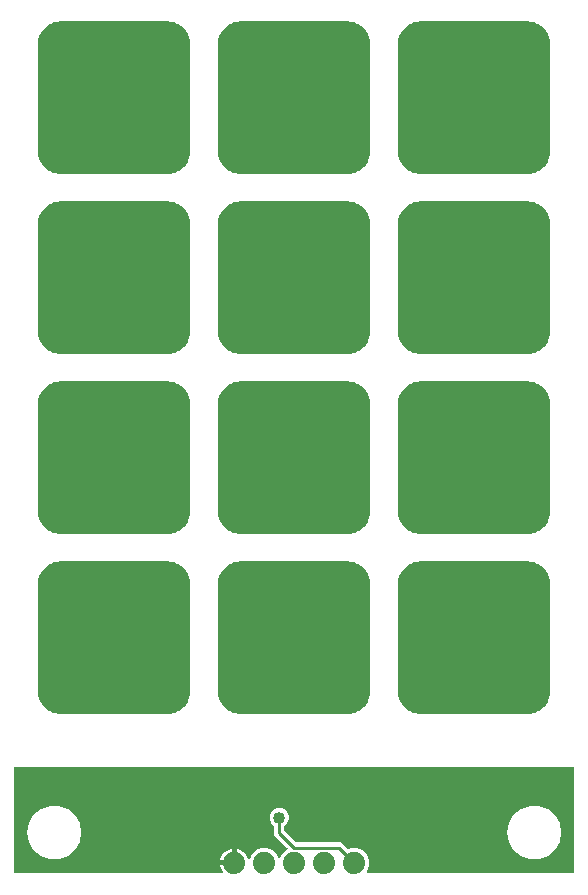
<source format=gbr>
G04 EAGLE Gerber RS-274X export*
G75*
%MOMM*%
%FSLAX34Y34*%
%LPD*%
%INTop Copper*%
%IPPOS*%
%AMOC8*
5,1,8,0,0,1.08239X$1,22.5*%
G01*
%ADD10C,1.879600*%
%ADD11C,1.016000*%
%ADD12C,0.254000*%

G36*
X180115Y4078D02*
X180115Y4078D01*
X180207Y4081D01*
X180256Y4097D01*
X180306Y4105D01*
X180390Y4142D01*
X180477Y4171D01*
X180519Y4200D01*
X180565Y4221D01*
X180635Y4280D01*
X180711Y4332D01*
X180743Y4372D01*
X180782Y4404D01*
X180833Y4481D01*
X180892Y4552D01*
X180912Y4599D01*
X180940Y4641D01*
X180968Y4729D01*
X181004Y4813D01*
X181010Y4864D01*
X181026Y4912D01*
X181028Y5004D01*
X181039Y5095D01*
X181032Y5146D01*
X181033Y5196D01*
X181010Y5285D01*
X180995Y5376D01*
X180975Y5416D01*
X180961Y5471D01*
X180880Y5608D01*
X180846Y5677D01*
X180289Y6443D01*
X179436Y8117D01*
X178855Y9904D01*
X178734Y10669D01*
X189484Y10669D01*
X189542Y10677D01*
X189600Y10675D01*
X189682Y10697D01*
X189765Y10709D01*
X189819Y10733D01*
X189875Y10747D01*
X189948Y10790D01*
X190025Y10825D01*
X190069Y10863D01*
X190120Y10893D01*
X190177Y10954D01*
X190242Y11009D01*
X190274Y11057D01*
X190314Y11100D01*
X190353Y11175D01*
X190399Y11245D01*
X190417Y11301D01*
X190444Y11353D01*
X190455Y11421D01*
X190485Y11516D01*
X190488Y11616D01*
X190499Y11684D01*
X190499Y12701D01*
X191516Y12701D01*
X191574Y12709D01*
X191632Y12708D01*
X191714Y12729D01*
X191797Y12741D01*
X191851Y12765D01*
X191907Y12779D01*
X191980Y12822D01*
X192057Y12857D01*
X192102Y12895D01*
X192152Y12925D01*
X192210Y12986D01*
X192274Y13041D01*
X192306Y13089D01*
X192346Y13132D01*
X192385Y13207D01*
X192431Y13277D01*
X192449Y13333D01*
X192476Y13385D01*
X192487Y13453D01*
X192517Y13548D01*
X192520Y13648D01*
X192531Y13716D01*
X192531Y24466D01*
X193296Y24345D01*
X195083Y23764D01*
X196757Y22911D01*
X198278Y21806D01*
X199606Y20478D01*
X200711Y18957D01*
X201564Y17283D01*
X201928Y16163D01*
X201958Y16101D01*
X201979Y16035D01*
X202020Y15974D01*
X202053Y15908D01*
X202099Y15857D01*
X202138Y15799D01*
X202194Y15752D01*
X202243Y15697D01*
X202302Y15661D01*
X202355Y15616D01*
X202423Y15586D01*
X202485Y15547D01*
X202552Y15529D01*
X202615Y15501D01*
X202688Y15491D01*
X202759Y15471D01*
X202828Y15471D01*
X202897Y15462D01*
X202970Y15472D01*
X203043Y15473D01*
X203109Y15493D01*
X203178Y15502D01*
X203245Y15533D01*
X203316Y15554D01*
X203374Y15591D01*
X203437Y15620D01*
X203493Y15667D01*
X203555Y15707D01*
X203601Y15759D01*
X203653Y15804D01*
X203686Y15857D01*
X203743Y15921D01*
X203792Y16025D01*
X203831Y16089D01*
X205348Y19751D01*
X208849Y23252D01*
X213424Y25147D01*
X218376Y25147D01*
X222951Y23252D01*
X226452Y19751D01*
X227662Y16829D01*
X227677Y16804D01*
X227686Y16776D01*
X227749Y16681D01*
X227807Y16584D01*
X227828Y16564D01*
X227844Y16539D01*
X227931Y16466D01*
X228013Y16389D01*
X228039Y16375D01*
X228062Y16356D01*
X228165Y16310D01*
X228266Y16259D01*
X228295Y16253D01*
X228322Y16241D01*
X228434Y16225D01*
X228545Y16204D01*
X228574Y16206D01*
X228603Y16202D01*
X228715Y16218D01*
X228828Y16228D01*
X228855Y16239D01*
X228884Y16243D01*
X228988Y16289D01*
X229093Y16330D01*
X229117Y16348D01*
X229144Y16360D01*
X229230Y16433D01*
X229320Y16502D01*
X229338Y16525D01*
X229360Y16544D01*
X229402Y16611D01*
X229490Y16729D01*
X229512Y16788D01*
X229538Y16829D01*
X230748Y19751D01*
X234249Y23252D01*
X235031Y23576D01*
X235130Y23634D01*
X235232Y23687D01*
X235252Y23706D01*
X235276Y23720D01*
X235355Y23804D01*
X235438Y23883D01*
X235452Y23907D01*
X235471Y23927D01*
X235524Y24029D01*
X235582Y24128D01*
X235589Y24155D01*
X235602Y24180D01*
X235624Y24293D01*
X235652Y24404D01*
X235651Y24431D01*
X235657Y24459D01*
X235647Y24573D01*
X235643Y24688D01*
X235635Y24714D01*
X235632Y24742D01*
X235591Y24849D01*
X235556Y24958D01*
X235541Y24978D01*
X235530Y25007D01*
X235369Y25220D01*
X235361Y25232D01*
X224281Y36311D01*
X224281Y43202D01*
X224269Y43289D01*
X224266Y43376D01*
X224249Y43429D01*
X224241Y43484D01*
X224206Y43564D01*
X224179Y43647D01*
X224151Y43686D01*
X224125Y43743D01*
X224029Y43857D01*
X223984Y43920D01*
X221709Y46195D01*
X220471Y49183D01*
X220471Y52417D01*
X221709Y55405D01*
X223995Y57691D01*
X226983Y58929D01*
X230217Y58929D01*
X233205Y57691D01*
X235491Y55405D01*
X236729Y52417D01*
X236729Y49183D01*
X235491Y46195D01*
X233216Y43920D01*
X233164Y43851D01*
X233104Y43787D01*
X233078Y43737D01*
X233045Y43693D01*
X233014Y43611D01*
X232974Y43533D01*
X232966Y43486D01*
X232944Y43427D01*
X232932Y43280D01*
X232919Y43202D01*
X232919Y40309D01*
X232931Y40223D01*
X232934Y40135D01*
X232951Y40083D01*
X232959Y40028D01*
X232994Y39948D01*
X233021Y39865D01*
X233049Y39826D01*
X233075Y39769D01*
X233171Y39655D01*
X233216Y39592D01*
X242792Y30016D01*
X242861Y29964D01*
X242925Y29904D01*
X242975Y29878D01*
X243019Y29845D01*
X243100Y29814D01*
X243178Y29774D01*
X243226Y29766D01*
X243284Y29744D01*
X243432Y29732D01*
X243509Y29719D01*
X281189Y29719D01*
X286413Y24495D01*
X286414Y24494D01*
X286415Y24493D01*
X286528Y24408D01*
X286640Y24324D01*
X286641Y24323D01*
X286643Y24322D01*
X286775Y24273D01*
X286906Y24223D01*
X286907Y24223D01*
X286909Y24222D01*
X287048Y24211D01*
X287189Y24199D01*
X287190Y24199D01*
X287192Y24199D01*
X287207Y24203D01*
X287468Y24255D01*
X287495Y24269D01*
X287519Y24275D01*
X289624Y25147D01*
X294576Y25147D01*
X299151Y23252D01*
X302652Y19751D01*
X304547Y15176D01*
X304547Y10224D01*
X302577Y5469D01*
X302548Y5357D01*
X302514Y5248D01*
X302513Y5220D01*
X302506Y5193D01*
X302509Y5079D01*
X302506Y4964D01*
X302513Y4937D01*
X302514Y4909D01*
X302549Y4800D01*
X302578Y4689D01*
X302592Y4665D01*
X302601Y4638D01*
X302665Y4543D01*
X302723Y4444D01*
X302744Y4425D01*
X302759Y4402D01*
X302847Y4328D01*
X302931Y4250D01*
X302955Y4237D01*
X302977Y4219D01*
X303081Y4173D01*
X303184Y4120D01*
X303208Y4116D01*
X303236Y4104D01*
X303500Y4067D01*
X303515Y4065D01*
X477520Y4065D01*
X477578Y4073D01*
X477636Y4071D01*
X477718Y4093D01*
X477802Y4105D01*
X477855Y4128D01*
X477911Y4143D01*
X477984Y4186D01*
X478061Y4221D01*
X478106Y4259D01*
X478156Y4288D01*
X478214Y4350D01*
X478278Y4404D01*
X478310Y4453D01*
X478350Y4496D01*
X478389Y4571D01*
X478436Y4641D01*
X478453Y4697D01*
X478480Y4749D01*
X478491Y4817D01*
X478521Y4912D01*
X478524Y5012D01*
X478535Y5080D01*
X478535Y92710D01*
X478527Y92768D01*
X478529Y92826D01*
X478507Y92908D01*
X478495Y92992D01*
X478472Y93045D01*
X478457Y93101D01*
X478414Y93174D01*
X478379Y93251D01*
X478341Y93296D01*
X478312Y93346D01*
X478250Y93404D01*
X478196Y93468D01*
X478147Y93500D01*
X478104Y93540D01*
X478029Y93579D01*
X477959Y93626D01*
X477903Y93643D01*
X477851Y93670D01*
X477783Y93681D01*
X477688Y93711D01*
X477588Y93714D01*
X477520Y93725D01*
X5080Y93725D01*
X5022Y93717D01*
X4964Y93719D01*
X4882Y93697D01*
X4798Y93685D01*
X4745Y93662D01*
X4689Y93647D01*
X4616Y93604D01*
X4539Y93569D01*
X4494Y93531D01*
X4444Y93502D01*
X4386Y93440D01*
X4322Y93386D01*
X4290Y93337D01*
X4250Y93294D01*
X4211Y93219D01*
X4164Y93149D01*
X4147Y93093D01*
X4120Y93041D01*
X4109Y92973D01*
X4079Y92878D01*
X4076Y92778D01*
X4065Y92710D01*
X4065Y5080D01*
X4073Y5022D01*
X4071Y4964D01*
X4093Y4882D01*
X4105Y4798D01*
X4128Y4745D01*
X4143Y4689D01*
X4186Y4616D01*
X4221Y4539D01*
X4259Y4494D01*
X4288Y4444D01*
X4350Y4386D01*
X4404Y4322D01*
X4453Y4290D01*
X4496Y4250D01*
X4571Y4211D01*
X4641Y4164D01*
X4697Y4147D01*
X4749Y4120D01*
X4817Y4109D01*
X4912Y4079D01*
X5012Y4076D01*
X5080Y4065D01*
X180024Y4065D01*
X180115Y4078D01*
G37*
G36*
X286884Y595891D02*
X286884Y595891D01*
X286920Y595888D01*
X289729Y596109D01*
X289821Y596129D01*
X289887Y596134D01*
X292627Y596792D01*
X292714Y596826D01*
X292778Y596841D01*
X295382Y597920D01*
X295463Y597967D01*
X295524Y597992D01*
X297927Y599464D01*
X297999Y599524D01*
X298056Y599558D01*
X300199Y601388D01*
X300261Y601459D01*
X300312Y601501D01*
X302142Y603644D01*
X302192Y603723D01*
X302236Y603773D01*
X303708Y606176D01*
X303745Y606262D01*
X303780Y606318D01*
X304859Y608922D01*
X304882Y609012D01*
X304908Y609073D01*
X305566Y611813D01*
X305575Y611907D01*
X305591Y611971D01*
X305812Y614780D01*
X305809Y614825D01*
X305815Y614860D01*
X305815Y705940D01*
X305809Y705984D01*
X305812Y706020D01*
X305591Y708829D01*
X305571Y708921D01*
X305566Y708987D01*
X304908Y711727D01*
X304874Y711814D01*
X304859Y711878D01*
X303780Y714482D01*
X303733Y714563D01*
X303708Y714624D01*
X302236Y717027D01*
X302176Y717099D01*
X302142Y717156D01*
X300312Y719299D01*
X300242Y719361D01*
X300199Y719412D01*
X298056Y721242D01*
X297977Y721292D01*
X297927Y721336D01*
X295524Y722808D01*
X295438Y722845D01*
X295382Y722880D01*
X292778Y723959D01*
X292688Y723982D01*
X292627Y724008D01*
X289887Y724666D01*
X289794Y724675D01*
X289729Y724691D01*
X286920Y724912D01*
X286875Y724909D01*
X286840Y724915D01*
X195760Y724915D01*
X195716Y724909D01*
X195680Y724912D01*
X192871Y724691D01*
X192779Y724671D01*
X192713Y724666D01*
X189973Y724008D01*
X189886Y723974D01*
X189822Y723959D01*
X187218Y722880D01*
X187137Y722833D01*
X187076Y722808D01*
X184673Y721336D01*
X184601Y721276D01*
X184544Y721242D01*
X182401Y719412D01*
X182339Y719342D01*
X182288Y719299D01*
X180458Y717156D01*
X180408Y717077D01*
X180364Y717027D01*
X178892Y714624D01*
X178855Y714538D01*
X178820Y714482D01*
X177741Y711878D01*
X177718Y711788D01*
X177692Y711727D01*
X177034Y708987D01*
X177025Y708894D01*
X177009Y708829D01*
X176788Y706020D01*
X176791Y705975D01*
X176785Y705940D01*
X176785Y614860D01*
X176791Y614816D01*
X176788Y614780D01*
X177009Y611971D01*
X177029Y611879D01*
X177034Y611813D01*
X177692Y609073D01*
X177726Y608986D01*
X177741Y608922D01*
X178820Y606318D01*
X178867Y606237D01*
X178892Y606176D01*
X180364Y603773D01*
X180424Y603701D01*
X180458Y603644D01*
X182288Y601501D01*
X182359Y601439D01*
X182401Y601388D01*
X184544Y599558D01*
X184623Y599508D01*
X184673Y599464D01*
X187076Y597992D01*
X187162Y597955D01*
X187218Y597920D01*
X189822Y596841D01*
X189912Y596818D01*
X189973Y596792D01*
X192713Y596134D01*
X192807Y596125D01*
X192871Y596109D01*
X195680Y595888D01*
X195725Y595891D01*
X195760Y595885D01*
X286840Y595885D01*
X286884Y595891D01*
G37*
G36*
X134484Y595891D02*
X134484Y595891D01*
X134520Y595888D01*
X137329Y596109D01*
X137421Y596129D01*
X137487Y596134D01*
X140227Y596792D01*
X140314Y596826D01*
X140378Y596841D01*
X142982Y597920D01*
X143063Y597967D01*
X143124Y597992D01*
X145527Y599464D01*
X145599Y599524D01*
X145656Y599558D01*
X147799Y601388D01*
X147861Y601459D01*
X147912Y601501D01*
X149742Y603644D01*
X149792Y603723D01*
X149836Y603773D01*
X151308Y606176D01*
X151345Y606262D01*
X151380Y606318D01*
X152459Y608922D01*
X152482Y609012D01*
X152508Y609073D01*
X153166Y611813D01*
X153175Y611907D01*
X153191Y611971D01*
X153412Y614780D01*
X153409Y614825D01*
X153415Y614860D01*
X153415Y705940D01*
X153409Y705984D01*
X153412Y706020D01*
X153191Y708829D01*
X153171Y708921D01*
X153166Y708987D01*
X152508Y711727D01*
X152474Y711814D01*
X152459Y711878D01*
X151380Y714482D01*
X151333Y714563D01*
X151308Y714624D01*
X149836Y717027D01*
X149776Y717099D01*
X149742Y717156D01*
X147912Y719299D01*
X147842Y719361D01*
X147799Y719412D01*
X145656Y721242D01*
X145577Y721292D01*
X145527Y721336D01*
X143124Y722808D01*
X143038Y722845D01*
X142982Y722880D01*
X140378Y723959D01*
X140288Y723982D01*
X140227Y724008D01*
X137487Y724666D01*
X137394Y724675D01*
X137329Y724691D01*
X134520Y724912D01*
X134475Y724909D01*
X134440Y724915D01*
X43360Y724915D01*
X43316Y724909D01*
X43280Y724912D01*
X40471Y724691D01*
X40379Y724671D01*
X40313Y724666D01*
X37573Y724008D01*
X37486Y723974D01*
X37422Y723959D01*
X34818Y722880D01*
X34737Y722833D01*
X34676Y722808D01*
X32273Y721336D01*
X32201Y721276D01*
X32144Y721242D01*
X30001Y719412D01*
X29939Y719342D01*
X29888Y719299D01*
X28058Y717156D01*
X28008Y717077D01*
X27964Y717027D01*
X26492Y714624D01*
X26455Y714538D01*
X26420Y714482D01*
X25341Y711878D01*
X25318Y711788D01*
X25292Y711727D01*
X24634Y708987D01*
X24625Y708894D01*
X24609Y708829D01*
X24388Y706020D01*
X24391Y705975D01*
X24385Y705940D01*
X24385Y614860D01*
X24391Y614816D01*
X24388Y614780D01*
X24609Y611971D01*
X24629Y611879D01*
X24634Y611813D01*
X25292Y609073D01*
X25326Y608986D01*
X25341Y608922D01*
X26420Y606318D01*
X26467Y606237D01*
X26492Y606176D01*
X27964Y603773D01*
X28024Y603701D01*
X28058Y603644D01*
X29888Y601501D01*
X29959Y601439D01*
X30001Y601388D01*
X32144Y599558D01*
X32223Y599508D01*
X32273Y599464D01*
X34676Y597992D01*
X34762Y597955D01*
X34818Y597920D01*
X37422Y596841D01*
X37512Y596818D01*
X37573Y596792D01*
X40313Y596134D01*
X40407Y596125D01*
X40471Y596109D01*
X43280Y595888D01*
X43325Y595891D01*
X43360Y595885D01*
X134440Y595885D01*
X134484Y595891D01*
G37*
G36*
X439284Y595891D02*
X439284Y595891D01*
X439320Y595888D01*
X442129Y596109D01*
X442221Y596129D01*
X442287Y596134D01*
X445027Y596792D01*
X445114Y596826D01*
X445178Y596841D01*
X447782Y597920D01*
X447863Y597967D01*
X447924Y597992D01*
X450327Y599464D01*
X450399Y599524D01*
X450456Y599558D01*
X452599Y601388D01*
X452661Y601459D01*
X452712Y601501D01*
X454542Y603644D01*
X454592Y603723D01*
X454636Y603773D01*
X456108Y606176D01*
X456145Y606262D01*
X456180Y606318D01*
X457259Y608922D01*
X457282Y609012D01*
X457308Y609073D01*
X457966Y611813D01*
X457975Y611907D01*
X457991Y611971D01*
X458212Y614780D01*
X458209Y614825D01*
X458215Y614860D01*
X458215Y705940D01*
X458209Y705984D01*
X458212Y706020D01*
X457991Y708829D01*
X457971Y708921D01*
X457966Y708987D01*
X457308Y711727D01*
X457274Y711814D01*
X457259Y711878D01*
X456180Y714482D01*
X456133Y714563D01*
X456108Y714624D01*
X454636Y717027D01*
X454576Y717099D01*
X454542Y717156D01*
X452712Y719299D01*
X452642Y719361D01*
X452599Y719412D01*
X450456Y721242D01*
X450377Y721292D01*
X450327Y721336D01*
X447924Y722808D01*
X447838Y722845D01*
X447782Y722880D01*
X445178Y723959D01*
X445088Y723982D01*
X445027Y724008D01*
X442287Y724666D01*
X442194Y724675D01*
X442129Y724691D01*
X439320Y724912D01*
X439275Y724909D01*
X439240Y724915D01*
X348160Y724915D01*
X348116Y724909D01*
X348080Y724912D01*
X345271Y724691D01*
X345179Y724671D01*
X345113Y724666D01*
X342373Y724008D01*
X342286Y723974D01*
X342222Y723959D01*
X339618Y722880D01*
X339537Y722833D01*
X339476Y722808D01*
X337073Y721336D01*
X337001Y721276D01*
X336944Y721242D01*
X334801Y719412D01*
X334739Y719342D01*
X334688Y719299D01*
X332858Y717156D01*
X332808Y717077D01*
X332764Y717027D01*
X331292Y714624D01*
X331255Y714538D01*
X331220Y714482D01*
X330141Y711878D01*
X330118Y711788D01*
X330092Y711727D01*
X329434Y708987D01*
X329425Y708894D01*
X329409Y708829D01*
X329188Y706020D01*
X329191Y705975D01*
X329185Y705940D01*
X329185Y614860D01*
X329191Y614816D01*
X329188Y614780D01*
X329409Y611971D01*
X329429Y611879D01*
X329434Y611813D01*
X330092Y609073D01*
X330126Y608986D01*
X330141Y608922D01*
X331220Y606318D01*
X331267Y606237D01*
X331292Y606176D01*
X332764Y603773D01*
X332824Y603701D01*
X332858Y603644D01*
X334688Y601501D01*
X334759Y601439D01*
X334801Y601388D01*
X336944Y599558D01*
X337023Y599508D01*
X337073Y599464D01*
X339476Y597992D01*
X339562Y597955D01*
X339618Y597920D01*
X342222Y596841D01*
X342312Y596818D01*
X342373Y596792D01*
X345113Y596134D01*
X345207Y596125D01*
X345271Y596109D01*
X348080Y595888D01*
X348125Y595891D01*
X348160Y595885D01*
X439240Y595885D01*
X439284Y595891D01*
G37*
G36*
X134484Y443491D02*
X134484Y443491D01*
X134520Y443488D01*
X137329Y443709D01*
X137421Y443729D01*
X137487Y443734D01*
X140227Y444392D01*
X140314Y444426D01*
X140378Y444441D01*
X142982Y445520D01*
X143063Y445567D01*
X143124Y445592D01*
X145527Y447064D01*
X145599Y447124D01*
X145656Y447158D01*
X147799Y448988D01*
X147861Y449059D01*
X147912Y449101D01*
X149742Y451244D01*
X149792Y451323D01*
X149836Y451373D01*
X151308Y453776D01*
X151345Y453862D01*
X151380Y453918D01*
X152459Y456522D01*
X152482Y456612D01*
X152508Y456673D01*
X153166Y459413D01*
X153175Y459507D01*
X153191Y459571D01*
X153412Y462380D01*
X153409Y462425D01*
X153415Y462460D01*
X153415Y553540D01*
X153409Y553584D01*
X153412Y553620D01*
X153191Y556429D01*
X153171Y556521D01*
X153166Y556587D01*
X152508Y559327D01*
X152474Y559414D01*
X152459Y559478D01*
X151380Y562082D01*
X151333Y562163D01*
X151308Y562224D01*
X149836Y564627D01*
X149776Y564699D01*
X149742Y564756D01*
X147912Y566899D01*
X147842Y566961D01*
X147799Y567012D01*
X145656Y568842D01*
X145577Y568892D01*
X145527Y568936D01*
X143124Y570408D01*
X143038Y570445D01*
X142982Y570480D01*
X140378Y571559D01*
X140288Y571582D01*
X140227Y571608D01*
X137487Y572266D01*
X137394Y572275D01*
X137329Y572291D01*
X134520Y572512D01*
X134475Y572509D01*
X134440Y572515D01*
X43360Y572515D01*
X43316Y572509D01*
X43280Y572512D01*
X40471Y572291D01*
X40379Y572271D01*
X40313Y572266D01*
X37573Y571608D01*
X37486Y571574D01*
X37422Y571559D01*
X34818Y570480D01*
X34737Y570433D01*
X34676Y570408D01*
X32273Y568936D01*
X32201Y568876D01*
X32144Y568842D01*
X30001Y567012D01*
X29939Y566942D01*
X29888Y566899D01*
X28058Y564756D01*
X28008Y564677D01*
X27964Y564627D01*
X26492Y562224D01*
X26455Y562138D01*
X26420Y562082D01*
X25341Y559478D01*
X25318Y559388D01*
X25292Y559327D01*
X24634Y556587D01*
X24625Y556494D01*
X24609Y556429D01*
X24388Y553620D01*
X24391Y553575D01*
X24385Y553540D01*
X24385Y462460D01*
X24391Y462416D01*
X24388Y462380D01*
X24609Y459571D01*
X24629Y459479D01*
X24634Y459413D01*
X25292Y456673D01*
X25326Y456586D01*
X25341Y456522D01*
X26420Y453918D01*
X26467Y453837D01*
X26492Y453776D01*
X27964Y451373D01*
X28024Y451301D01*
X28058Y451244D01*
X29888Y449101D01*
X29959Y449039D01*
X30001Y448988D01*
X32144Y447158D01*
X32223Y447108D01*
X32273Y447064D01*
X34676Y445592D01*
X34762Y445555D01*
X34818Y445520D01*
X37422Y444441D01*
X37512Y444418D01*
X37573Y444392D01*
X40313Y443734D01*
X40407Y443725D01*
X40471Y443709D01*
X43280Y443488D01*
X43325Y443491D01*
X43360Y443485D01*
X134440Y443485D01*
X134484Y443491D01*
G37*
G36*
X286884Y443491D02*
X286884Y443491D01*
X286920Y443488D01*
X289729Y443709D01*
X289821Y443729D01*
X289887Y443734D01*
X292627Y444392D01*
X292714Y444426D01*
X292778Y444441D01*
X295382Y445520D01*
X295463Y445567D01*
X295524Y445592D01*
X297927Y447064D01*
X297999Y447124D01*
X298056Y447158D01*
X300199Y448988D01*
X300261Y449059D01*
X300312Y449101D01*
X302142Y451244D01*
X302192Y451323D01*
X302236Y451373D01*
X303708Y453776D01*
X303745Y453862D01*
X303780Y453918D01*
X304859Y456522D01*
X304882Y456612D01*
X304908Y456673D01*
X305566Y459413D01*
X305575Y459507D01*
X305591Y459571D01*
X305812Y462380D01*
X305809Y462425D01*
X305815Y462460D01*
X305815Y553540D01*
X305809Y553584D01*
X305812Y553620D01*
X305591Y556429D01*
X305571Y556521D01*
X305566Y556587D01*
X304908Y559327D01*
X304874Y559414D01*
X304859Y559478D01*
X303780Y562082D01*
X303733Y562163D01*
X303708Y562224D01*
X302236Y564627D01*
X302176Y564699D01*
X302142Y564756D01*
X300312Y566899D01*
X300242Y566961D01*
X300199Y567012D01*
X298056Y568842D01*
X297977Y568892D01*
X297927Y568936D01*
X295524Y570408D01*
X295438Y570445D01*
X295382Y570480D01*
X292778Y571559D01*
X292688Y571582D01*
X292627Y571608D01*
X289887Y572266D01*
X289794Y572275D01*
X289729Y572291D01*
X286920Y572512D01*
X286875Y572509D01*
X286840Y572515D01*
X195760Y572515D01*
X195716Y572509D01*
X195680Y572512D01*
X192871Y572291D01*
X192779Y572271D01*
X192713Y572266D01*
X189973Y571608D01*
X189886Y571574D01*
X189822Y571559D01*
X187218Y570480D01*
X187137Y570433D01*
X187076Y570408D01*
X184673Y568936D01*
X184601Y568876D01*
X184544Y568842D01*
X182401Y567012D01*
X182339Y566942D01*
X182288Y566899D01*
X180458Y564756D01*
X180408Y564677D01*
X180364Y564627D01*
X178892Y562224D01*
X178855Y562138D01*
X178820Y562082D01*
X177741Y559478D01*
X177718Y559388D01*
X177692Y559327D01*
X177034Y556587D01*
X177025Y556494D01*
X177009Y556429D01*
X176788Y553620D01*
X176791Y553575D01*
X176785Y553540D01*
X176785Y462460D01*
X176791Y462416D01*
X176788Y462380D01*
X177009Y459571D01*
X177029Y459479D01*
X177034Y459413D01*
X177692Y456673D01*
X177726Y456586D01*
X177741Y456522D01*
X178820Y453918D01*
X178867Y453837D01*
X178892Y453776D01*
X180364Y451373D01*
X180424Y451301D01*
X180458Y451244D01*
X182288Y449101D01*
X182359Y449039D01*
X182401Y448988D01*
X184544Y447158D01*
X184623Y447108D01*
X184673Y447064D01*
X187076Y445592D01*
X187162Y445555D01*
X187218Y445520D01*
X189822Y444441D01*
X189912Y444418D01*
X189973Y444392D01*
X192713Y443734D01*
X192807Y443725D01*
X192871Y443709D01*
X195680Y443488D01*
X195725Y443491D01*
X195760Y443485D01*
X286840Y443485D01*
X286884Y443491D01*
G37*
G36*
X439284Y443491D02*
X439284Y443491D01*
X439320Y443488D01*
X442129Y443709D01*
X442221Y443729D01*
X442287Y443734D01*
X445027Y444392D01*
X445114Y444426D01*
X445178Y444441D01*
X447782Y445520D01*
X447863Y445567D01*
X447924Y445592D01*
X450327Y447064D01*
X450399Y447124D01*
X450456Y447158D01*
X452599Y448988D01*
X452661Y449059D01*
X452712Y449101D01*
X454542Y451244D01*
X454592Y451323D01*
X454636Y451373D01*
X456108Y453776D01*
X456145Y453862D01*
X456180Y453918D01*
X457259Y456522D01*
X457282Y456612D01*
X457308Y456673D01*
X457966Y459413D01*
X457975Y459507D01*
X457991Y459571D01*
X458212Y462380D01*
X458209Y462425D01*
X458215Y462460D01*
X458215Y553540D01*
X458209Y553584D01*
X458212Y553620D01*
X457991Y556429D01*
X457971Y556521D01*
X457966Y556587D01*
X457308Y559327D01*
X457274Y559414D01*
X457259Y559478D01*
X456180Y562082D01*
X456133Y562163D01*
X456108Y562224D01*
X454636Y564627D01*
X454576Y564699D01*
X454542Y564756D01*
X452712Y566899D01*
X452642Y566961D01*
X452599Y567012D01*
X450456Y568842D01*
X450377Y568892D01*
X450327Y568936D01*
X447924Y570408D01*
X447838Y570445D01*
X447782Y570480D01*
X445178Y571559D01*
X445088Y571582D01*
X445027Y571608D01*
X442287Y572266D01*
X442194Y572275D01*
X442129Y572291D01*
X439320Y572512D01*
X439275Y572509D01*
X439240Y572515D01*
X348160Y572515D01*
X348116Y572509D01*
X348080Y572512D01*
X345271Y572291D01*
X345179Y572271D01*
X345113Y572266D01*
X342373Y571608D01*
X342286Y571574D01*
X342222Y571559D01*
X339618Y570480D01*
X339537Y570433D01*
X339476Y570408D01*
X337073Y568936D01*
X337001Y568876D01*
X336944Y568842D01*
X334801Y567012D01*
X334739Y566942D01*
X334688Y566899D01*
X332858Y564756D01*
X332808Y564677D01*
X332764Y564627D01*
X331292Y562224D01*
X331255Y562138D01*
X331220Y562082D01*
X330141Y559478D01*
X330118Y559388D01*
X330092Y559327D01*
X329434Y556587D01*
X329425Y556494D01*
X329409Y556429D01*
X329188Y553620D01*
X329191Y553575D01*
X329185Y553540D01*
X329185Y462460D01*
X329191Y462416D01*
X329188Y462380D01*
X329409Y459571D01*
X329429Y459479D01*
X329434Y459413D01*
X330092Y456673D01*
X330126Y456586D01*
X330141Y456522D01*
X331220Y453918D01*
X331267Y453837D01*
X331292Y453776D01*
X332764Y451373D01*
X332824Y451301D01*
X332858Y451244D01*
X334688Y449101D01*
X334759Y449039D01*
X334801Y448988D01*
X336944Y447158D01*
X337023Y447108D01*
X337073Y447064D01*
X339476Y445592D01*
X339562Y445555D01*
X339618Y445520D01*
X342222Y444441D01*
X342312Y444418D01*
X342373Y444392D01*
X345113Y443734D01*
X345207Y443725D01*
X345271Y443709D01*
X348080Y443488D01*
X348125Y443491D01*
X348160Y443485D01*
X439240Y443485D01*
X439284Y443491D01*
G37*
G36*
X286884Y291091D02*
X286884Y291091D01*
X286920Y291088D01*
X289729Y291309D01*
X289821Y291329D01*
X289887Y291334D01*
X292627Y291992D01*
X292714Y292026D01*
X292778Y292041D01*
X295382Y293120D01*
X295463Y293167D01*
X295524Y293192D01*
X297927Y294664D01*
X297999Y294724D01*
X298056Y294758D01*
X300199Y296588D01*
X300261Y296659D01*
X300312Y296701D01*
X302142Y298844D01*
X302192Y298923D01*
X302236Y298973D01*
X303708Y301376D01*
X303745Y301462D01*
X303780Y301518D01*
X304859Y304122D01*
X304882Y304212D01*
X304908Y304273D01*
X305566Y307013D01*
X305575Y307107D01*
X305591Y307171D01*
X305812Y309980D01*
X305809Y310025D01*
X305815Y310060D01*
X305815Y401140D01*
X305809Y401184D01*
X305812Y401220D01*
X305591Y404029D01*
X305571Y404121D01*
X305566Y404187D01*
X304908Y406927D01*
X304874Y407014D01*
X304859Y407078D01*
X303780Y409682D01*
X303733Y409763D01*
X303708Y409824D01*
X302236Y412227D01*
X302176Y412299D01*
X302142Y412356D01*
X300312Y414499D01*
X300242Y414561D01*
X300199Y414612D01*
X298056Y416442D01*
X297977Y416492D01*
X297927Y416536D01*
X295524Y418008D01*
X295438Y418045D01*
X295382Y418080D01*
X292778Y419159D01*
X292688Y419182D01*
X292627Y419208D01*
X289887Y419866D01*
X289794Y419875D01*
X289729Y419891D01*
X286920Y420112D01*
X286875Y420109D01*
X286840Y420115D01*
X195760Y420115D01*
X195716Y420109D01*
X195680Y420112D01*
X192871Y419891D01*
X192779Y419871D01*
X192713Y419866D01*
X189973Y419208D01*
X189886Y419174D01*
X189822Y419159D01*
X187218Y418080D01*
X187137Y418033D01*
X187076Y418008D01*
X184673Y416536D01*
X184601Y416476D01*
X184544Y416442D01*
X182401Y414612D01*
X182339Y414542D01*
X182288Y414499D01*
X180458Y412356D01*
X180408Y412277D01*
X180364Y412227D01*
X178892Y409824D01*
X178855Y409738D01*
X178820Y409682D01*
X177741Y407078D01*
X177718Y406988D01*
X177692Y406927D01*
X177034Y404187D01*
X177025Y404094D01*
X177009Y404029D01*
X176788Y401220D01*
X176791Y401175D01*
X176785Y401140D01*
X176785Y310060D01*
X176791Y310016D01*
X176788Y309980D01*
X177009Y307171D01*
X177029Y307079D01*
X177034Y307013D01*
X177692Y304273D01*
X177726Y304186D01*
X177741Y304122D01*
X178820Y301518D01*
X178867Y301437D01*
X178892Y301376D01*
X180364Y298973D01*
X180424Y298901D01*
X180458Y298844D01*
X182288Y296701D01*
X182359Y296639D01*
X182401Y296588D01*
X184544Y294758D01*
X184623Y294708D01*
X184673Y294664D01*
X187076Y293192D01*
X187162Y293155D01*
X187218Y293120D01*
X189822Y292041D01*
X189912Y292018D01*
X189973Y291992D01*
X192713Y291334D01*
X192807Y291325D01*
X192871Y291309D01*
X195680Y291088D01*
X195725Y291091D01*
X195760Y291085D01*
X286840Y291085D01*
X286884Y291091D01*
G37*
G36*
X134484Y291091D02*
X134484Y291091D01*
X134520Y291088D01*
X137329Y291309D01*
X137421Y291329D01*
X137487Y291334D01*
X140227Y291992D01*
X140314Y292026D01*
X140378Y292041D01*
X142982Y293120D01*
X143063Y293167D01*
X143124Y293192D01*
X145527Y294664D01*
X145599Y294724D01*
X145656Y294758D01*
X147799Y296588D01*
X147861Y296659D01*
X147912Y296701D01*
X149742Y298844D01*
X149792Y298923D01*
X149836Y298973D01*
X151308Y301376D01*
X151345Y301462D01*
X151380Y301518D01*
X152459Y304122D01*
X152482Y304212D01*
X152508Y304273D01*
X153166Y307013D01*
X153175Y307107D01*
X153191Y307171D01*
X153412Y309980D01*
X153409Y310025D01*
X153415Y310060D01*
X153415Y401140D01*
X153409Y401184D01*
X153412Y401220D01*
X153191Y404029D01*
X153171Y404121D01*
X153166Y404187D01*
X152508Y406927D01*
X152474Y407014D01*
X152459Y407078D01*
X151380Y409682D01*
X151333Y409763D01*
X151308Y409824D01*
X149836Y412227D01*
X149776Y412299D01*
X149742Y412356D01*
X147912Y414499D01*
X147842Y414561D01*
X147799Y414612D01*
X145656Y416442D01*
X145577Y416492D01*
X145527Y416536D01*
X143124Y418008D01*
X143038Y418045D01*
X142982Y418080D01*
X140378Y419159D01*
X140288Y419182D01*
X140227Y419208D01*
X137487Y419866D01*
X137394Y419875D01*
X137329Y419891D01*
X134520Y420112D01*
X134475Y420109D01*
X134440Y420115D01*
X43360Y420115D01*
X43316Y420109D01*
X43280Y420112D01*
X40471Y419891D01*
X40379Y419871D01*
X40313Y419866D01*
X37573Y419208D01*
X37486Y419174D01*
X37422Y419159D01*
X34818Y418080D01*
X34737Y418033D01*
X34676Y418008D01*
X32273Y416536D01*
X32201Y416476D01*
X32144Y416442D01*
X30001Y414612D01*
X29939Y414542D01*
X29888Y414499D01*
X28058Y412356D01*
X28008Y412277D01*
X27964Y412227D01*
X26492Y409824D01*
X26455Y409738D01*
X26420Y409682D01*
X25341Y407078D01*
X25318Y406988D01*
X25292Y406927D01*
X24634Y404187D01*
X24625Y404094D01*
X24609Y404029D01*
X24388Y401220D01*
X24391Y401175D01*
X24385Y401140D01*
X24385Y310060D01*
X24391Y310016D01*
X24388Y309980D01*
X24609Y307171D01*
X24629Y307079D01*
X24634Y307013D01*
X25292Y304273D01*
X25326Y304186D01*
X25341Y304122D01*
X26420Y301518D01*
X26467Y301437D01*
X26492Y301376D01*
X27964Y298973D01*
X28024Y298901D01*
X28058Y298844D01*
X29888Y296701D01*
X29959Y296639D01*
X30001Y296588D01*
X32144Y294758D01*
X32223Y294708D01*
X32273Y294664D01*
X34676Y293192D01*
X34762Y293155D01*
X34818Y293120D01*
X37422Y292041D01*
X37512Y292018D01*
X37573Y291992D01*
X40313Y291334D01*
X40407Y291325D01*
X40471Y291309D01*
X43280Y291088D01*
X43325Y291091D01*
X43360Y291085D01*
X134440Y291085D01*
X134484Y291091D01*
G37*
G36*
X439284Y291091D02*
X439284Y291091D01*
X439320Y291088D01*
X442129Y291309D01*
X442221Y291329D01*
X442287Y291334D01*
X445027Y291992D01*
X445114Y292026D01*
X445178Y292041D01*
X447782Y293120D01*
X447863Y293167D01*
X447924Y293192D01*
X450327Y294664D01*
X450399Y294724D01*
X450456Y294758D01*
X452599Y296588D01*
X452661Y296659D01*
X452712Y296701D01*
X454542Y298844D01*
X454592Y298923D01*
X454636Y298973D01*
X456108Y301376D01*
X456145Y301462D01*
X456180Y301518D01*
X457259Y304122D01*
X457282Y304212D01*
X457308Y304273D01*
X457966Y307013D01*
X457975Y307107D01*
X457991Y307171D01*
X458212Y309980D01*
X458209Y310025D01*
X458215Y310060D01*
X458215Y401140D01*
X458209Y401184D01*
X458212Y401220D01*
X457991Y404029D01*
X457971Y404121D01*
X457966Y404187D01*
X457308Y406927D01*
X457274Y407014D01*
X457259Y407078D01*
X456180Y409682D01*
X456133Y409763D01*
X456108Y409824D01*
X454636Y412227D01*
X454576Y412299D01*
X454542Y412356D01*
X452712Y414499D01*
X452642Y414561D01*
X452599Y414612D01*
X450456Y416442D01*
X450377Y416492D01*
X450327Y416536D01*
X447924Y418008D01*
X447838Y418045D01*
X447782Y418080D01*
X445178Y419159D01*
X445088Y419182D01*
X445027Y419208D01*
X442287Y419866D01*
X442194Y419875D01*
X442129Y419891D01*
X439320Y420112D01*
X439275Y420109D01*
X439240Y420115D01*
X348160Y420115D01*
X348116Y420109D01*
X348080Y420112D01*
X345271Y419891D01*
X345179Y419871D01*
X345113Y419866D01*
X342373Y419208D01*
X342286Y419174D01*
X342222Y419159D01*
X339618Y418080D01*
X339537Y418033D01*
X339476Y418008D01*
X337073Y416536D01*
X337001Y416476D01*
X336944Y416442D01*
X334801Y414612D01*
X334739Y414542D01*
X334688Y414499D01*
X332858Y412356D01*
X332808Y412277D01*
X332764Y412227D01*
X331292Y409824D01*
X331255Y409738D01*
X331220Y409682D01*
X330141Y407078D01*
X330118Y406988D01*
X330092Y406927D01*
X329434Y404187D01*
X329425Y404094D01*
X329409Y404029D01*
X329188Y401220D01*
X329191Y401175D01*
X329185Y401140D01*
X329185Y310060D01*
X329191Y310016D01*
X329188Y309980D01*
X329409Y307171D01*
X329429Y307079D01*
X329434Y307013D01*
X330092Y304273D01*
X330126Y304186D01*
X330141Y304122D01*
X331220Y301518D01*
X331267Y301437D01*
X331292Y301376D01*
X332764Y298973D01*
X332824Y298901D01*
X332858Y298844D01*
X334688Y296701D01*
X334759Y296639D01*
X334801Y296588D01*
X336944Y294758D01*
X337023Y294708D01*
X337073Y294664D01*
X339476Y293192D01*
X339562Y293155D01*
X339618Y293120D01*
X342222Y292041D01*
X342312Y292018D01*
X342373Y291992D01*
X345113Y291334D01*
X345207Y291325D01*
X345271Y291309D01*
X348080Y291088D01*
X348125Y291091D01*
X348160Y291085D01*
X439240Y291085D01*
X439284Y291091D01*
G37*
G36*
X134484Y138691D02*
X134484Y138691D01*
X134520Y138688D01*
X137329Y138909D01*
X137421Y138929D01*
X137487Y138934D01*
X140227Y139592D01*
X140314Y139626D01*
X140378Y139641D01*
X142982Y140720D01*
X143063Y140767D01*
X143124Y140792D01*
X145527Y142264D01*
X145599Y142324D01*
X145656Y142358D01*
X147799Y144188D01*
X147861Y144259D01*
X147912Y144301D01*
X149742Y146444D01*
X149792Y146523D01*
X149836Y146573D01*
X151308Y148976D01*
X151345Y149062D01*
X151380Y149118D01*
X152459Y151722D01*
X152482Y151812D01*
X152508Y151873D01*
X153166Y154613D01*
X153175Y154707D01*
X153191Y154771D01*
X153412Y157580D01*
X153409Y157625D01*
X153415Y157660D01*
X153415Y248740D01*
X153409Y248784D01*
X153412Y248820D01*
X153191Y251629D01*
X153171Y251721D01*
X153166Y251787D01*
X152508Y254527D01*
X152474Y254614D01*
X152459Y254678D01*
X151380Y257282D01*
X151333Y257363D01*
X151308Y257424D01*
X149836Y259827D01*
X149776Y259899D01*
X149742Y259956D01*
X147912Y262099D01*
X147842Y262161D01*
X147799Y262212D01*
X145656Y264042D01*
X145577Y264092D01*
X145527Y264136D01*
X143124Y265608D01*
X143038Y265645D01*
X142982Y265680D01*
X140378Y266759D01*
X140288Y266782D01*
X140227Y266808D01*
X137487Y267466D01*
X137394Y267475D01*
X137329Y267491D01*
X134520Y267712D01*
X134475Y267709D01*
X134440Y267715D01*
X43360Y267715D01*
X43316Y267709D01*
X43280Y267712D01*
X40471Y267491D01*
X40379Y267471D01*
X40313Y267466D01*
X37573Y266808D01*
X37486Y266774D01*
X37422Y266759D01*
X34818Y265680D01*
X34737Y265633D01*
X34676Y265608D01*
X32273Y264136D01*
X32201Y264076D01*
X32144Y264042D01*
X30001Y262212D01*
X29939Y262142D01*
X29888Y262099D01*
X28058Y259956D01*
X28008Y259877D01*
X27964Y259827D01*
X26492Y257424D01*
X26455Y257338D01*
X26420Y257282D01*
X25341Y254678D01*
X25318Y254588D01*
X25292Y254527D01*
X24634Y251787D01*
X24625Y251694D01*
X24609Y251629D01*
X24388Y248820D01*
X24391Y248775D01*
X24385Y248740D01*
X24385Y157660D01*
X24391Y157616D01*
X24388Y157580D01*
X24609Y154771D01*
X24629Y154679D01*
X24634Y154613D01*
X25292Y151873D01*
X25326Y151786D01*
X25341Y151722D01*
X26420Y149118D01*
X26467Y149037D01*
X26492Y148976D01*
X27964Y146573D01*
X28024Y146501D01*
X28058Y146444D01*
X29888Y144301D01*
X29959Y144239D01*
X30001Y144188D01*
X32144Y142358D01*
X32223Y142308D01*
X32273Y142264D01*
X34676Y140792D01*
X34762Y140755D01*
X34818Y140720D01*
X37422Y139641D01*
X37512Y139618D01*
X37573Y139592D01*
X40313Y138934D01*
X40407Y138925D01*
X40471Y138909D01*
X43280Y138688D01*
X43325Y138691D01*
X43360Y138685D01*
X134440Y138685D01*
X134484Y138691D01*
G37*
G36*
X286884Y138691D02*
X286884Y138691D01*
X286920Y138688D01*
X289729Y138909D01*
X289821Y138929D01*
X289887Y138934D01*
X292627Y139592D01*
X292714Y139626D01*
X292778Y139641D01*
X295382Y140720D01*
X295463Y140767D01*
X295524Y140792D01*
X297927Y142264D01*
X297999Y142324D01*
X298056Y142358D01*
X300199Y144188D01*
X300261Y144259D01*
X300312Y144301D01*
X302142Y146444D01*
X302192Y146523D01*
X302236Y146573D01*
X303708Y148976D01*
X303745Y149062D01*
X303780Y149118D01*
X304859Y151722D01*
X304882Y151812D01*
X304908Y151873D01*
X305566Y154613D01*
X305575Y154707D01*
X305591Y154771D01*
X305812Y157580D01*
X305809Y157625D01*
X305815Y157660D01*
X305815Y248740D01*
X305809Y248784D01*
X305812Y248820D01*
X305591Y251629D01*
X305571Y251721D01*
X305566Y251787D01*
X304908Y254527D01*
X304874Y254614D01*
X304859Y254678D01*
X303780Y257282D01*
X303733Y257363D01*
X303708Y257424D01*
X302236Y259827D01*
X302176Y259899D01*
X302142Y259956D01*
X300312Y262099D01*
X300242Y262161D01*
X300199Y262212D01*
X298056Y264042D01*
X297977Y264092D01*
X297927Y264136D01*
X295524Y265608D01*
X295438Y265645D01*
X295382Y265680D01*
X292778Y266759D01*
X292688Y266782D01*
X292627Y266808D01*
X289887Y267466D01*
X289794Y267475D01*
X289729Y267491D01*
X286920Y267712D01*
X286875Y267709D01*
X286840Y267715D01*
X195760Y267715D01*
X195716Y267709D01*
X195680Y267712D01*
X192871Y267491D01*
X192779Y267471D01*
X192713Y267466D01*
X189973Y266808D01*
X189886Y266774D01*
X189822Y266759D01*
X187218Y265680D01*
X187137Y265633D01*
X187076Y265608D01*
X184673Y264136D01*
X184601Y264076D01*
X184544Y264042D01*
X182401Y262212D01*
X182339Y262142D01*
X182288Y262099D01*
X180458Y259956D01*
X180408Y259877D01*
X180364Y259827D01*
X178892Y257424D01*
X178855Y257338D01*
X178820Y257282D01*
X177741Y254678D01*
X177718Y254588D01*
X177692Y254527D01*
X177034Y251787D01*
X177025Y251694D01*
X177009Y251629D01*
X176788Y248820D01*
X176791Y248775D01*
X176785Y248740D01*
X176785Y157660D01*
X176791Y157616D01*
X176788Y157580D01*
X177009Y154771D01*
X177029Y154679D01*
X177034Y154613D01*
X177692Y151873D01*
X177726Y151786D01*
X177741Y151722D01*
X178820Y149118D01*
X178867Y149037D01*
X178892Y148976D01*
X180364Y146573D01*
X180424Y146501D01*
X180458Y146444D01*
X182288Y144301D01*
X182359Y144239D01*
X182401Y144188D01*
X184544Y142358D01*
X184623Y142308D01*
X184673Y142264D01*
X187076Y140792D01*
X187162Y140755D01*
X187218Y140720D01*
X189822Y139641D01*
X189912Y139618D01*
X189973Y139592D01*
X192713Y138934D01*
X192807Y138925D01*
X192871Y138909D01*
X195680Y138688D01*
X195725Y138691D01*
X195760Y138685D01*
X286840Y138685D01*
X286884Y138691D01*
G37*
G36*
X439284Y138691D02*
X439284Y138691D01*
X439320Y138688D01*
X442129Y138909D01*
X442221Y138929D01*
X442287Y138934D01*
X445027Y139592D01*
X445114Y139626D01*
X445178Y139641D01*
X447782Y140720D01*
X447863Y140767D01*
X447924Y140792D01*
X450327Y142264D01*
X450399Y142324D01*
X450456Y142358D01*
X452599Y144188D01*
X452661Y144259D01*
X452712Y144301D01*
X454542Y146444D01*
X454592Y146523D01*
X454636Y146573D01*
X456108Y148976D01*
X456145Y149062D01*
X456180Y149118D01*
X457259Y151722D01*
X457282Y151812D01*
X457308Y151873D01*
X457966Y154613D01*
X457975Y154707D01*
X457991Y154771D01*
X458212Y157580D01*
X458209Y157625D01*
X458215Y157660D01*
X458215Y248740D01*
X458209Y248784D01*
X458212Y248820D01*
X457991Y251629D01*
X457971Y251721D01*
X457966Y251787D01*
X457308Y254527D01*
X457274Y254614D01*
X457259Y254678D01*
X456180Y257282D01*
X456133Y257363D01*
X456108Y257424D01*
X454636Y259827D01*
X454576Y259899D01*
X454542Y259956D01*
X452712Y262099D01*
X452642Y262161D01*
X452599Y262212D01*
X450456Y264042D01*
X450377Y264092D01*
X450327Y264136D01*
X447924Y265608D01*
X447838Y265645D01*
X447782Y265680D01*
X445178Y266759D01*
X445088Y266782D01*
X445027Y266808D01*
X442287Y267466D01*
X442194Y267475D01*
X442129Y267491D01*
X439320Y267712D01*
X439275Y267709D01*
X439240Y267715D01*
X348160Y267715D01*
X348116Y267709D01*
X348080Y267712D01*
X345271Y267491D01*
X345179Y267471D01*
X345113Y267466D01*
X342373Y266808D01*
X342286Y266774D01*
X342222Y266759D01*
X339618Y265680D01*
X339537Y265633D01*
X339476Y265608D01*
X337073Y264136D01*
X337001Y264076D01*
X336944Y264042D01*
X334801Y262212D01*
X334739Y262142D01*
X334688Y262099D01*
X332858Y259956D01*
X332808Y259877D01*
X332764Y259827D01*
X331292Y257424D01*
X331255Y257338D01*
X331220Y257282D01*
X330141Y254678D01*
X330118Y254588D01*
X330092Y254527D01*
X329434Y251787D01*
X329425Y251694D01*
X329409Y251629D01*
X329188Y248820D01*
X329191Y248775D01*
X329185Y248740D01*
X329185Y157660D01*
X329191Y157616D01*
X329188Y157580D01*
X329409Y154771D01*
X329429Y154679D01*
X329434Y154613D01*
X330092Y151873D01*
X330126Y151786D01*
X330141Y151722D01*
X331220Y149118D01*
X331267Y149037D01*
X331292Y148976D01*
X332764Y146573D01*
X332824Y146501D01*
X332858Y146444D01*
X334688Y144301D01*
X334759Y144239D01*
X334801Y144188D01*
X336944Y142358D01*
X337023Y142308D01*
X337073Y142264D01*
X339476Y140792D01*
X339562Y140755D01*
X339618Y140720D01*
X342222Y139641D01*
X342312Y139618D01*
X342373Y139592D01*
X345113Y138934D01*
X345207Y138925D01*
X345271Y138909D01*
X348080Y138688D01*
X348125Y138691D01*
X348160Y138685D01*
X439240Y138685D01*
X439284Y138691D01*
G37*
%LPC*%
G36*
X34114Y15493D02*
X34114Y15493D01*
X26622Y18220D01*
X20515Y23345D01*
X16529Y30249D01*
X15145Y38100D01*
X16529Y45951D01*
X20515Y52855D01*
X26622Y57980D01*
X34114Y60707D01*
X42086Y60707D01*
X49578Y57980D01*
X55685Y52856D01*
X59671Y45951D01*
X61055Y38100D01*
X59671Y30249D01*
X55685Y23345D01*
X49578Y18220D01*
X42086Y15493D01*
X34114Y15493D01*
G37*
%LPD*%
%LPC*%
G36*
X440514Y15493D02*
X440514Y15493D01*
X433022Y18220D01*
X426915Y23344D01*
X422929Y30249D01*
X421545Y38100D01*
X422929Y45951D01*
X426915Y52855D01*
X433022Y57980D01*
X440514Y60707D01*
X448486Y60707D01*
X455978Y57980D01*
X462085Y52856D01*
X466071Y45951D01*
X467455Y38100D01*
X466071Y30249D01*
X462085Y23345D01*
X455978Y18220D01*
X448486Y15493D01*
X440514Y15493D01*
G37*
%LPD*%
%LPC*%
G36*
X178734Y14731D02*
X178734Y14731D01*
X178855Y15496D01*
X179436Y17283D01*
X180289Y18957D01*
X181394Y20478D01*
X182722Y21806D01*
X184243Y22911D01*
X185917Y23764D01*
X187704Y24345D01*
X188469Y24466D01*
X188469Y14731D01*
X178734Y14731D01*
G37*
%LPD*%
D10*
X190500Y12700D03*
X215900Y12700D03*
X241300Y12700D03*
X266700Y12700D03*
X292100Y12700D03*
D11*
X342900Y50800D03*
X228600Y50800D03*
D12*
X228600Y38100D01*
X241300Y25400D01*
X279400Y25400D01*
X292100Y12700D01*
D11*
X444500Y609600D03*
X444500Y457200D03*
X444500Y304800D03*
X393700Y152400D03*
X292100Y609600D03*
X292100Y457200D03*
X292100Y304800D03*
X241300Y152400D03*
X139700Y609600D03*
X139700Y457200D03*
X139700Y304800D03*
X88900Y152400D03*
M02*

</source>
